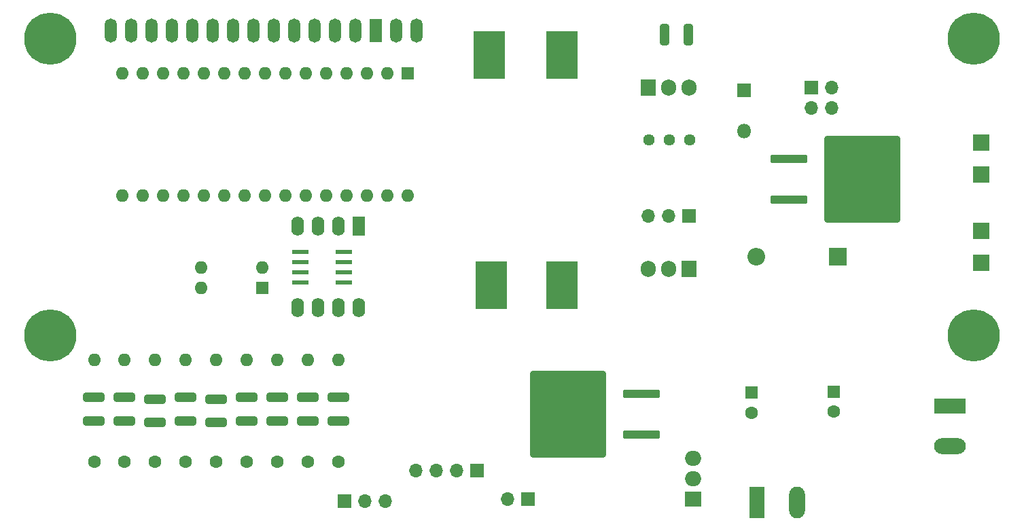
<source format=gbr>
%TF.GenerationSoftware,KiCad,Pcbnew,7.0.2*%
%TF.CreationDate,2023-05-13T16:33:46+02:00*%
%TF.ProjectId,pid_controller,7069645f-636f-46e7-9472-6f6c6c65722e,2.0*%
%TF.SameCoordinates,Original*%
%TF.FileFunction,Soldermask,Bot*%
%TF.FilePolarity,Negative*%
%FSLAX46Y46*%
G04 Gerber Fmt 4.6, Leading zero omitted, Abs format (unit mm)*
G04 Created by KiCad (PCBNEW 7.0.2) date 2023-05-13 16:33:46*
%MOMM*%
%LPD*%
G01*
G04 APERTURE LIST*
G04 Aperture macros list*
%AMRoundRect*
0 Rectangle with rounded corners*
0 $1 Rounding radius*
0 $2 $3 $4 $5 $6 $7 $8 $9 X,Y pos of 4 corners*
0 Add a 4 corners polygon primitive as box body*
4,1,4,$2,$3,$4,$5,$6,$7,$8,$9,$2,$3,0*
0 Add four circle primitives for the rounded corners*
1,1,$1+$1,$2,$3*
1,1,$1+$1,$4,$5*
1,1,$1+$1,$6,$7*
1,1,$1+$1,$8,$9*
0 Add four rect primitives between the rounded corners*
20,1,$1+$1,$2,$3,$4,$5,0*
20,1,$1+$1,$4,$5,$6,$7,0*
20,1,$1+$1,$6,$7,$8,$9,0*
20,1,$1+$1,$8,$9,$2,$3,0*%
G04 Aperture macros list end*
%ADD10R,1.905000X2.000000*%
%ADD11O,1.905000X2.000000*%
%ADD12C,1.600000*%
%ADD13O,1.600000X1.600000*%
%ADD14R,1.980000X3.960000*%
%ADD15O,1.980000X3.960000*%
%ADD16R,2.000000X1.905000*%
%ADD17O,2.000000X1.905000*%
%ADD18R,1.700000X1.700000*%
%ADD19O,1.700000X1.700000*%
%ADD20C,1.440000*%
%ADD21R,3.960000X1.980000*%
%ADD22O,3.960000X1.980000*%
%ADD23R,1.600000X1.600000*%
%ADD24R,3.900000X6.000000*%
%ADD25R,1.800000X1.800000*%
%ADD26O,1.800000X1.800000*%
%ADD27R,2.200000X2.200000*%
%ADD28O,2.200000X2.200000*%
%ADD29R,1.600000X2.400000*%
%ADD30O,1.600000X2.400000*%
%ADD31RoundRect,0.250000X1.075000X-0.312500X1.075000X0.312500X-1.075000X0.312500X-1.075000X-0.312500X0*%
%ADD32RoundRect,0.250000X0.312500X1.075000X-0.312500X1.075000X-0.312500X-1.075000X0.312500X-1.075000X0*%
%ADD33RoundRect,0.250000X-2.050000X-0.300000X2.050000X-0.300000X2.050000X0.300000X-2.050000X0.300000X0*%
%ADD34RoundRect,0.250002X-4.449998X-5.149998X4.449998X-5.149998X4.449998X5.149998X-4.449998X5.149998X0*%
%ADD35RoundRect,0.250000X2.050000X0.300000X-2.050000X0.300000X-2.050000X-0.300000X2.050000X-0.300000X0*%
%ADD36RoundRect,0.250002X4.449998X5.149998X-4.449998X5.149998X-4.449998X-5.149998X4.449998X-5.149998X0*%
%ADD37C,6.500000*%
%ADD38R,1.500000X3.000000*%
%ADD39O,1.500000X3.000000*%
%ADD40R,2.000000X2.000000*%
%ADD41R,2.000000X0.600000*%
G04 APERTURE END LIST*
D10*
%TO.C,Q3*%
X159258000Y-103124000D03*
D11*
X156718000Y-103124000D03*
X154178000Y-103124000D03*
%TD*%
D12*
%TO.C,R14*%
X107950000Y-127123000D03*
D13*
X107950000Y-114423000D03*
%TD*%
D12*
%TO.C,R2*%
X85140000Y-127123000D03*
D13*
X85140000Y-114423000D03*
%TD*%
D14*
%TO.C,J2*%
X167720000Y-132207000D03*
D15*
X172720000Y-132207000D03*
%TD*%
D16*
%TO.C,Q1*%
X159766000Y-131826000D03*
D17*
X159766000Y-129286000D03*
X159766000Y-126746000D03*
%TD*%
D18*
%TO.C,M1*%
X139192000Y-131826000D03*
D19*
X136652000Y-131826000D03*
%TD*%
D10*
%TO.C,U1*%
X154178000Y-80518000D03*
D11*
X156718000Y-80518000D03*
X159258000Y-80518000D03*
%TD*%
D18*
%TO.C,RV2*%
X159258000Y-96520000D03*
D19*
X156718000Y-96520000D03*
X154178000Y-96520000D03*
%TD*%
D20*
%TO.C,RV1*%
X159268000Y-87013000D03*
X156728000Y-87013000D03*
X154188000Y-87013000D03*
%TD*%
D21*
%TO.C,J1*%
X191770000Y-120171000D03*
D22*
X191770000Y-125171000D03*
%TD*%
D18*
%TO.C,J4*%
X132842000Y-128270000D03*
D19*
X130302000Y-128270000D03*
X127762000Y-128270000D03*
X125222000Y-128270000D03*
%TD*%
D12*
%TO.C,R12*%
X104140000Y-127123000D03*
D13*
X104140000Y-114423000D03*
%TD*%
D12*
%TO.C,R6*%
X92710000Y-127123000D03*
D13*
X92710000Y-114423000D03*
%TD*%
D12*
%TO.C,R19*%
X115570000Y-127123000D03*
D13*
X115570000Y-114423000D03*
%TD*%
D23*
%TO.C,U5*%
X106035000Y-105415000D03*
D13*
X106035000Y-102875000D03*
X98415000Y-102875000D03*
X98415000Y-105415000D03*
%TD*%
D24*
%TO.C,U3*%
X143400000Y-76424000D03*
X134366000Y-76424000D03*
X143400000Y-105156000D03*
X134620000Y-105156000D03*
%TD*%
D23*
%TO.C,A1*%
X124206000Y-78740000D03*
D13*
X121666000Y-78740000D03*
X119126000Y-78740000D03*
X116586000Y-78740000D03*
X114046000Y-78740000D03*
X111506000Y-78740000D03*
X108966000Y-78740000D03*
X106426000Y-78740000D03*
X103886000Y-78740000D03*
X101346000Y-78740000D03*
X98806000Y-78740000D03*
X96266000Y-78740000D03*
X93726000Y-78740000D03*
X91186000Y-78740000D03*
X88646000Y-78740000D03*
X88646000Y-93980000D03*
X91186000Y-93980000D03*
X93726000Y-93980000D03*
X96266000Y-93980000D03*
X98806000Y-93980000D03*
X101346000Y-93980000D03*
X103886000Y-93980000D03*
X106426000Y-93980000D03*
X108966000Y-93980000D03*
X111506000Y-93980000D03*
X114046000Y-93980000D03*
X116586000Y-93980000D03*
X119126000Y-93980000D03*
X121666000Y-93980000D03*
X124206000Y-93980000D03*
%TD*%
D23*
%TO.C,C2*%
X167005000Y-118531000D03*
D12*
X167005000Y-121031000D03*
%TD*%
%TO.C,R10*%
X100330000Y-127123000D03*
D13*
X100330000Y-114423000D03*
%TD*%
D18*
%TO.C,J3*%
X174498000Y-80518000D03*
D19*
X177038000Y-80518000D03*
X174498000Y-83058000D03*
X177038000Y-83058000D03*
%TD*%
D25*
%TO.C,D1*%
X166116000Y-80801000D03*
D26*
X166116000Y-85881000D03*
%TD*%
D27*
%TO.C,D2*%
X177800000Y-101600000D03*
D28*
X167640000Y-101600000D03*
%TD*%
D23*
%TO.C,C1*%
X177292000Y-118404000D03*
D12*
X177292000Y-120904000D03*
%TD*%
%TO.C,R16*%
X111760000Y-127123000D03*
D13*
X111760000Y-114423000D03*
%TD*%
D12*
%TO.C,R4*%
X88900000Y-127123000D03*
D13*
X88900000Y-114423000D03*
%TD*%
D29*
%TO.C,U6*%
X118110000Y-97790000D03*
D30*
X115570000Y-97790000D03*
X113030000Y-97790000D03*
X110490000Y-97790000D03*
X110490000Y-107950000D03*
X113030000Y-107950000D03*
X115570000Y-107950000D03*
X118110000Y-107950000D03*
%TD*%
D12*
%TO.C,R8*%
X96520000Y-127123000D03*
D13*
X96520000Y-114423000D03*
%TD*%
D18*
%TO.C,U2*%
X116332000Y-132080000D03*
D19*
X118872000Y-132080000D03*
X121412000Y-132080000D03*
%TD*%
D31*
%TO.C,R9*%
X100330000Y-122243500D03*
X100330000Y-119318500D03*
%TD*%
%TO.C,R13*%
X107950000Y-122051000D03*
X107950000Y-119126000D03*
%TD*%
%TO.C,R3*%
X88900000Y-122051000D03*
X88900000Y-119126000D03*
%TD*%
%TO.C,R11*%
X104140000Y-122051000D03*
X104140000Y-119126000D03*
%TD*%
D32*
%TO.C,R17*%
X159135000Y-73914000D03*
X156210000Y-73914000D03*
%TD*%
D31*
%TO.C,R18*%
X115570000Y-122051000D03*
X115570000Y-119126000D03*
%TD*%
D33*
%TO.C,Q4*%
X171674000Y-94488000D03*
D34*
X180824000Y-91948000D03*
D33*
X171674000Y-89408000D03*
%TD*%
D35*
%TO.C,Q2*%
X153283000Y-118637000D03*
D36*
X144133000Y-121177000D03*
D35*
X153283000Y-123717000D03*
%TD*%
D37*
%TO.C,DS1*%
X194660000Y-111352500D03*
X194660000Y-74352500D03*
X79660000Y-111352500D03*
X79660000Y-74352500D03*
D38*
X120160000Y-73352500D03*
D39*
X117620000Y-73352500D03*
X115080000Y-73352500D03*
X112540000Y-73352500D03*
X110000000Y-73352500D03*
X107460000Y-73352500D03*
X104920000Y-73352500D03*
X102380000Y-73352500D03*
X99840000Y-73352500D03*
X97300000Y-73352500D03*
X94760000Y-73352500D03*
X92220000Y-73352500D03*
X89680000Y-73352500D03*
X87140000Y-73352500D03*
X122700000Y-73352500D03*
X125240000Y-73352500D03*
D40*
X195660000Y-87352500D03*
X195660000Y-98352500D03*
X195660000Y-91352500D03*
X195660000Y-102352500D03*
%TD*%
D31*
%TO.C,R1*%
X85090000Y-122051000D03*
X85090000Y-119126000D03*
%TD*%
%TO.C,R5*%
X92710000Y-122243500D03*
X92710000Y-119318500D03*
%TD*%
%TO.C,R15*%
X111760000Y-122051000D03*
X111760000Y-119126000D03*
%TD*%
D41*
%TO.C,U4*%
X116205000Y-100965000D03*
X116205000Y-102235000D03*
X116205000Y-103505000D03*
X116205000Y-104775000D03*
X110755000Y-104775000D03*
X110755000Y-103505000D03*
X110755000Y-102235000D03*
X110755000Y-100965000D03*
%TD*%
D31*
%TO.C,R7*%
X96520000Y-122051000D03*
X96520000Y-119126000D03*
%TD*%
M02*

</source>
